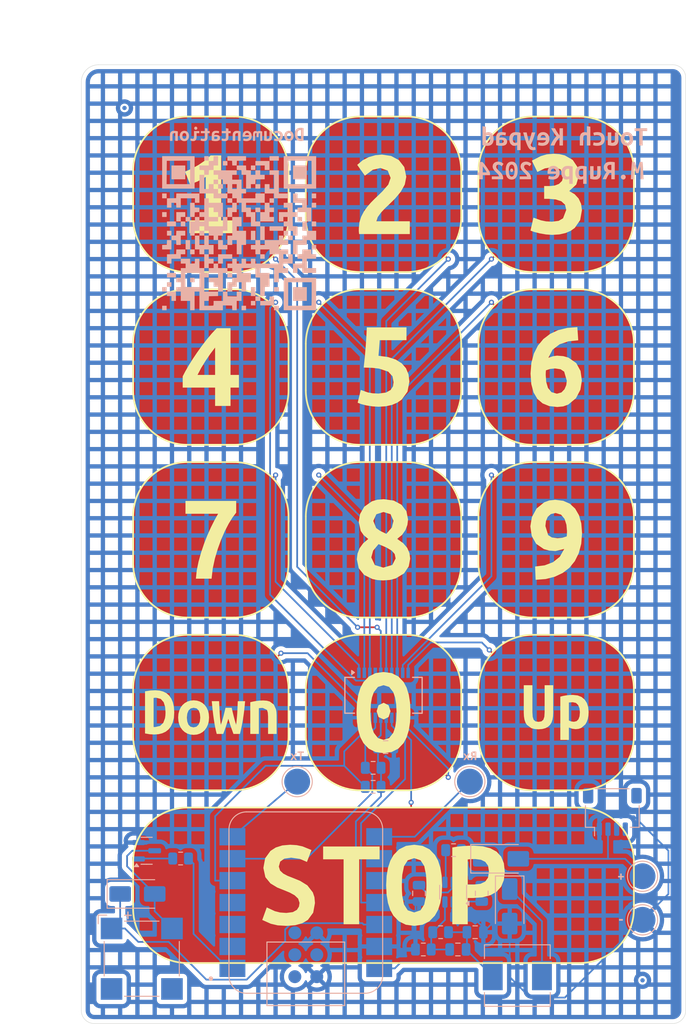
<source format=kicad_pcb>
(kicad_pcb (version 20240108) (generator "pcbnew") (generator_version "8.0")
  (layers (0 "F.Cu" signal) (31 "B.Cu" signal) (34 "B.Paste" user) (35 "F.Paste" user) (36 "B.SilkS" user "B.Silkscreen") (37 "F.SilkS" user "F.Silkscreen") (38 "B.Mask" user) (39 "F.Mask" user) (44 "Edge.Cuts" user))
  (net 0 "")
  (net 1 "Net-(Q1-G)")
  (net 5 "Net-(BZ1--)")
  (net 8 "GND")
  (net 13 "+3V3")
  (net 14 "+5V")
  (net 15 "Net-(D2-K)")
  (net 16 "/SCL")
  (net 17 "/SDA")
  (net 18 "/BUZZ")
  (net 19 "Net-(D1-K)")
  (net 20 "/Vin")
  (net 21 "Net-(U2-FB)")
  (net 22 "Net-(U2-BS)")
  (net 23 "Net-(U2-EN)")
  (net 26 "/IRQ")
  (net 27 "/Key7")
  (net 28 "/Key8")
  (net 29 "/Key9")
  (net 30 "/Key15")
  (net 31 "/Key6")
  (net 32 "/Key5")
  (net 33 "/Key12")
  (net 34 "/Key3")
  (net 35 "/Key11")
  (net 36 "/Key4")
  (net 37 "/Key1")
  (net 38 "/Key14")
  (net 39 "/Key10")
  (net 40 "/TX")
  (net 41 "/RX")
  (footprint "Touch Pad:Touch_Pad" (layer "F.Cu") (at 185 70)
    (property "Reference" "TP6" (hide yes))
    (property "Value" "6 Key")
    (pad "1" smd roundrect (at 0 0) (size 18 18) (layers "F.Cu") (roundrect_rratio 0.35) (net 39 "/Key10"))
  )
  (footprint "Touch Pad:Touch_Pad" (layer "F.Cu") (at 145 110)
    (property "Reference" "TP10" (hide yes))
    (property "Value" "Down Key")
    (pad "1" smd roundrect (at 0 0) (size 18 18) (layers "F.Cu") (roundrect_rratio 0.35) (net 37 "/Key1"))
  )
  (footprint "kibuzzard-66F9EAF1" (layer "F.Cu") (at 165 70)
    (property "Reference" "kibuzzard-66F9EAF1" (hide yes))
    (property "Value" "G***" (hide yes))
  )
  (footprint "Touch Pad:Touch_Pad" (layer "F.Cu") (at 165 50)
    (property "Reference" "TP2" (hide yes))
    (property "Value" "2 Key")
    (pad "1" smd roundrect (at 0 0) (size 18 18) (layers "F.Cu") (roundrect_rratio 0.35) (net 28 "/Key8"))
  )
  (footprint "kibuzzard-66F9EAE9" (layer "F.Cu") (at 145 70)
    (property "Reference" "kibuzzard-66F9EAE9" (hide yes))
    (property "Value" "G***" (hide yes))
  )
  (footprint "kibuzzard-66F9EB2B" (layer "F.Cu") (at 185 110)
    (property "Reference" "kibuzzard-66F9EB2B" (hide yes))
    (property "Value" "G***" (hide yes))
  )
  (footprint "Touch Pad:Touch_Pad" (layer "F.Cu") (at 145 90)
    (property "Reference" "TP7" (hide yes))
    (property "Value" "7 Key")
    (pad "1" smd roundrect (at 0 0) (size 18 18) (layers "F.Cu") (roundrect_rratio 0.35) (net 34 "/Key3"))
  )
  (footprint "kibuzzard-66F9EB01" (layer "F.Cu") (at 165 90)
    (property "Reference" "kibuzzard-66F9EB01" (hide yes))
    (property "Value" "G***" (hide yes))
  )
  (footprint "Touch Pad:Touch_Pad" (layer "F.Cu") (at 185 90)
    (property "Reference" "TP9" (hide yes))
    (property "Value" "9 Key")
    (pad "1" smd roundrect (at 0 0) (size 18 18) (layers "F.Cu") (roundrect_rratio 0.35) (net 35 "/Key11"))
  )
  (footprint "kibuzzard-66F9EB39" (layer "F.Cu") (at 165 130)
    (property "Reference" "kibuzzard-66F9EB39" (hide yes))
    (property "Value" "G***" (hide yes))
  )
  (footprint "kibuzzard-66F9EB0E" (layer "F.Cu") (at 185 90)
    (property "Reference" "kibuzzard-66F9EB0E" (hide yes))
    (property "Value" "G***" (hide yes))
  )
  (footprint "Touch Pad:Touch_Pad" (layer "F.Cu") (at 185 110)
    (property "Reference" "TP12" (hide yes))
    (property "Value" "Up Key")
    (pad "1" smd roundrect (at 0 0) (size 18 18) (layers "F.Cu") (roundrect_rratio 0.35) (net 33 "/Key12"))
  )
  (footprint "kibuzzard-66F9EAF8" (layer "F.Cu") (at 185 70)
    (property "Reference" "kibuzzard-66F9EAF8" (hide yes))
    (property "Value" "G***" (hide yes))
  )
  (footprint "kibuzzard-66F9EAFC" (layer "F.Cu") (at 145 90)
    (property "Reference" "kibuzzard-66F9EAFC" (hide yes))
    (property "Value" "G***" (hide yes))
  )
  (footprint "Touch Pad:Touch_Pad" (layer "F.Cu") (at 145 50)
    (property "Reference" "TP1" (hide yes))
    (property "Value" "1 Key")
    (pad "1" smd roundrect (at 0 0) (size 18 18) (layers "F.Cu") (roundrect_rratio 0.35) (net 27 "/Key7"))
  )
  (footprint "kibuzzard-66F9EAD5" (layer "F.Cu") (at 145 50)
    (property "Reference" "kibuzzard-66F9EAD5" (hide yes))
    (property "Value" "G***" (hide yes))
  )
  (footprint "Touch Pad:Touch_Pad" (layer "F.Cu") (at 145 70)
    (property "Reference" "TP4" (hide yes))
    (property "Value" "4 Key")
    (pad "1" smd roundrect (at 0 0) (size 18 18) (layers "F.Cu") (roundrect_rratio 0.35) (net 31 "/Key6"))
  )
  (footprint "kibuzzard-66F9EAE0" (layer "F.Cu") (at 165 50)
    (property "Reference" "kibuzzard-66F9EAE0" (hide yes))
    (property "Value" "G***" (hide yes))
  )
  (footprint "kibuzzard-66F9EB33" (layer "F.Cu") (at 165 110)
    (property "Reference" "kibuzzard-66F9EB33" (hide yes))
    (property "Value" "G***" (hide yes))
  )
  (footprint "Touch Pad:Touch_Pad" (layer "F.Cu") (at 185 50)
    (property "Reference" "TP3" (hide yes))
    (property "Value" "3 Key")
    (pad "1" smd roundrect (at 0 0) (size 18 18) (layers "F.Cu") (roundrect_rratio 0.35) (net 29 "/Key9"))
  )
  (footprint "Touch Pad:Touch_Pad" (layer "F.Cu") (at 165 70)
    (property "Reference" "TP5" (hide yes))
    (property "Value" "5 Key")
    (pad "1" smd roundrect (at 0 0) (size 18 18) (layers "F.Cu") (roundrect_rratio 0.35) (net 32 "/Key5"))
  )
  (footprint "kibuzzard-66F9EB24" (layer "F.Cu") (at 145 110)
    (property "Reference" "kibuzzard-66F9EB24" (hide yes))
    (property "Value" "G***" (hide yes))
  )
  (footprint "Touch Pad:Touch_Pad_Long" (layer "F.Cu") (at 165 130)
    (property "Reference" "TP13" (hide yes))
    (property "Value" "STOP")
    (pad "1" smd roundrect (at 0 0) (size 58 18) (layers "F.Cu") (roundrect_rratio 0.35) (net 30 "/Key15"))
  )
  (footprint "Touch Pad:Touch_Pad" (layer "F.Cu") (at 165 110)
    (property "Reference" "TP11" (hide yes))
    (property "Value" "0 Key")
    (pad "1" smd roundrect (at 0 0) (size 18 18) (layers "F.Cu") (roundrect_rratio 0.35) (net 38 "/Key14"))
  )
  (footprint "kibuzzard-66F9EAE4" (layer "F.Cu") (at 185 50)
    (property "Reference" "kibuzzard-66F9EAE4" (hide yes))
    (property "Value" "G***" (hide yes))
  )
  (footprint "Touch Pad:Touch_Pad" (layer "F.Cu") (at 165 90)
    (property "Reference" "TP8" (hide yes))
    (property "Value" "8 Key")
    (pad "1" smd roundrect (at 0 0) (size 18 18) (layers "F.Cu") (roundrect_rratio 0.35) (net 36 "/Key4"))
  )
  (footprint "Resistor_SMD:R_0805_2012Metric" (layer "B.Cu") (at 169.6125 137.4312 180)
    (property "Reference" "R2" (hide yes))
    (property "Value" "10k")
    (pad "1" smd roundrect (at -0.9125 0 180) (size 1.025 1.4) (layers "B.Cu" "B.Paste" "B.Mask") (roundrect_rratio 0.243902) (net 21 "Net-(U2-FB)"))
    (pad "2" smd roundrect (at 0.9125 0 180) (size 1.025 1.4) (layers "B.Cu" "B.Paste" "B.Mask") (roundrect_rratio 0.243902) (net 8 "GND"))
  )
  (footprint "Diode_SMD:D_SMA" (layer "B.Cu") (at 136.5 131)
    (property "Reference" "D3" (hide yes))
    (property "Value" "D_Schottky")
    (pad "1" smd roundrect (at -2 0) (size 2.5 1.8) (layers "B.Cu" "B.Paste" "B.Mask") (roundrect_rratio 0.1388888889) (net 13 "+3V3"))
    (pad "2" smd roundrect (at 2 0) (size 2.5 1.8) (layers "B.Cu" "B.Paste" "B.Mask") (roundrect_rratio 0.1388888889) (net 5 "Net-(BZ1--)"))
  )
  (footprint "kibuzzard-66FAA16B" (layer "B.Cu") (at 192.5 129 180)
    (property "Reference" "kibuzzard-66FAA16B" (hide yes))
    (property "Value" "G***" (hide yes))
  )
  (footprint "Resistor_SMD:R_0805_2012Metric" (layer "B.Cu") (at 141.5 126.9 180)
    (property "Reference" "R6" (hide yes))
    (property "Value" "1k")
    (pad "1" smd roundrect (at -0.9125 0 180) (size 1.025 1.4) (layers "B.Cu" "B.Paste" "B.Mask") (roundrect_rratio 0.243902) (net 18 "/BUZZ"))
    (pad "2" smd roundrect (at 0.9125 0 180) (size 1.025 1.4) (layers "B.Cu" "B.Paste" "B.Mask") (roundrect_rratio 0.243902) (net 1 "Net-(Q1-G)"))
  )
  (footprint "TestPoint:TestPoint_Pad_D3.0mm" (layer "B.Cu") (at 175 118 180)
    (property "Reference" "TP17")
    (property "Value" "RX")
    (pad "1" smd circle (at 0 0 180) (size 3 3) (layers "B.Cu" "B.Mask") (net 41 "/RX"))
  )
  (footprint "Capacitor_SMD:C_0805_2012Metric" (layer "B.Cu") (at 169.1125 130.9312 -90)
    (property "Reference" "C4" (hide yes))
    (property "Value" "4.7uF")
    (pad "1" smd roundrect (at -0.95 0 270) (size 1 1.45) (layers "B.Cu" "B.Paste" "B.Mask") (net 15 "Net-(D2-K)"))
    (pad "2" smd roundrect (at 0.95 0 270) (size 1 1.45) (layers "B.Cu" "B.Paste" "B.Mask") (net 8 "GND"))
  )
  (footprint "Resistor_SMD:R_0805_2012Metric" (layer "B.Cu") (at 173.1125 125.9312 180)
    (property "Reference" "R3" (hide yes))
    (property "Value" "10k")
    (pad "1" smd roundrect (at -0.9125 0 180) (size 1.025 1.4) (layers "B.Cu" "B.Paste" "B.Mask") (roundrect_rratio 0.243902) (net 15 "Net-(D2-K)"))
    (pad "2" smd roundrect (at 0.9125 0 180) (size 1.025 1.4) (layers "B.Cu" "B.Paste" "B.Mask") (roundrect_rratio 0.243902) (net 23 "Net-(U2-EN)"))
  )
  (footprint "Package_TO_SOT_SMD:SOT-23" (layer "B.Cu") (at 137.5625 126)
    (property "Reference" "Q1" (hide yes))
    (property "Value" "BSS138")
    (pad "1" smd roundrect (at -0.9375 0.95) (size 1.475 0.6) (layers "B.Cu" "B.Paste" "B.Mask") (net 1 "Net-(Q1-G)"))
    (pad "2" smd roundrect (at -0.9375 -0.95) (size 1.475 0.6) (layers "B.Cu" "B.Paste" "B.Mask") (net 8 "GND"))
    (pad "3" smd roundrect (at 0.9375 0) (size 1.475 0.6) (layers "B.Cu" "B.Paste" "B.Mask") (net 5 "Net-(BZ1--)"))
  )
  (footprint "kibuzzard-66FA510C" (layer "B.Cu") (at 185.5 47.5 180)
    (property "Reference" "kibuzzard-66FA510C" (hide yes))
    (property "Value" "G***" (hide yes))
  )
  (footprint "TestPoint:TestPoint_Pad_D3.0mm" (layer "B.Cu") (at 195 134)
    (property "Reference" "TP14")
    (property "Value" "TestPoint")
    (pad "1" smd circle (at 0 0) (size 3 3) (layers "B.Cu" "B.Mask") (net 8 "GND"))
  )
  (footprint "TestPoint:TestPoint_Pad_D3.0mm" (layer "B.Cu") (at 155 118 180)
    (property "Reference" "TP16")
    (property "Value" "TX")
    (pad "1" smd circle (at 0 0 180) (size 3 3) (layers "B.Cu" "B.Mask") (net 40 "/TX"))
  )
  (footprint "kibuzzard-66FA5120" (layer "B.Cu") (at 186 43.5 180)
    (property "Reference" "kibuzzard-66FA5120" (hide yes))
    (property "Value" "G***" (hide yes))
  )
  (footprint "Resistor_SMD:R_0805_2012Metric" (layer "B.Cu") (at 163.8 116.4 180)
    (property "Reference" "R5" (hide yes))
    (property "Value" "10k")
    (pad "1" smd roundrect (at -0.9125 0 180) (size 1.025 1.4) (layers "B.Cu" "B.Paste" "B.Mask") (roundrect_rratio 0.243902) (net 13 "+3V3"))
    (pad "2" smd roundrect (at 0.9125 0 180) (size 1.025 1.4) (layers "B.Cu" "B.Paste" "B.Mask") (roundrect_rratio 0.243902) (net 16 "/SCL"))
  )
  (footprint "Package_SO:SSOP-20_3.9x8.7mm_P0.635mm" (layer "B.Cu") (at 165 108 -90)
    (property "Reference" "U3")
    (property "Value" "BS8116A-3")
    (pad "1" smd rect (at -2.6 2.8575 270) (size 1.2 0.4) (layers "B.Cu" "B.Paste" "B.Mask") (net 34 "/Key3"))
    (pad "2" smd rect (at -2.6 2.2225 270) (size 1.2 0.4) (layers "B.Cu" "B.Paste" "B.Mask") (net 36 "/Key4"))
    (pad "3" smd rect (at -2.6 1.5875 270) (size 1.2 0.4) (layers "B.Cu" "B.Paste" "B.Mask") (net 32 "/Key5"))
    (pad "4" smd rect (at -2.6 0.9525 270) (size 1.2 0.4) (layers "B.Cu" "B.Paste" "B.Mask") (net 31 "/Key6"))
    (pad "5" smd rect (at -2.6 0.3175 270) (size 1.2 0.4) (layers "B.Cu" "B.Paste" "B.Mask") (net 27 "/Key7"))
    (pad "6" smd rect (at -2.6 -0.3175 270) (size 1.2 0.4) (layers "B.Cu" "B.Paste" "B.Mask") (net 28 "/Key8"))
    (pad "7" smd rect (at -2.6 -0.9525 270) (size 1.2 0.4) (layers "B.Cu" "B.Paste" "B.Mask") (net 29 "/Key9"))
    (pad "8" smd rect (at -2.6 -1.5875 270) (size 1.2 0.4) (layers "B.Cu" "B.Paste" "B.Mask") (net 39 "/Key10"))
    (pad "9" smd rect (at -2.6 -2.2225 270) (size 1.2 0.4) (layers "B.Cu" "B.Paste" "B.Mask") (net 35 "/Key11"))
    (pad "10" smd rect (at -2.6 -2.8575 270) (size 1.2 0.4) (layers "B.Cu" "B.Paste" "B.Mask") (net 33 "/Key12"))
    (pad "11" smd rect (at 2.6 -2.8575 270) (size 1.2 0.4) (layers "B.Cu" "B.Paste" "B.Mask") (net 8 "GND"))
    (pad "12" smd rect (at 2.6 -2.2225 270) (size 1.2 0.4) (layers "B.Cu" "B.Paste" "B.Mask") (net 38 "/Key14"))
    (pad "13" smd rect (at 2.6 -1.5875 270) (size 1.2 0.4) (layers "B.Cu" "B.Paste" "B.Mask") (net 30 "/Key15"))
    (pad "14" smd rect (at 2.6 -0.9525 270) (size 1.2 0.4) (layers "B.Cu" "B.Paste" "B.Mask") (net 26 "/IRQ"))
    (pad "15" smd rect (at 2.6 -0.3175 270) (size 1.2 0.4) (layers "B.Cu" "B.Paste" "B.Mask") (net 8 "GND"))
    (pad "16" smd rect (at 2.6 0.3175 270) (size 1.2 0.4) (layers "B.Cu" "B.Paste" "B.Mask") (net 13 "+3V3"))
    (pad "17" smd rect (at 2.6 0.9525 270) (size 1.2 0.4) (layers "B.Cu" "B.Paste" "B.Mask") (net 16 "/SCL"))
    (pad "18" smd rect (at 2.6 1.5875 270) (size 1.2 0.4) (layers "B.Cu" "B.Paste" "B.Mask") (net 17 "/SDA"))
    (pad "19" smd rect (at 2.6 2.2225 270) (size 1.2 0.4) (layers "B.Cu" "B.Paste" "B.Mask") (net 37 "/Key1"))
    (pad "20" smd rect (at 2.6 2.8575 270) (size 1.2 0.4) (layers "B.Cu" "B.Paste" "B.Mask") (net 8 "GND"))
  )
  (footprint "kibuzzard-66FAA17C" (layer "B.Cu") (at 192.5 134 180)
    (property "Reference" "kibuzzard-66FAA17C" (hide yes))
    (property "Value" "G***" (hide yes))
  )
  (footprint "Diode_SMD:D_SMA" (layer "B.Cu") (at 178.6125 126.9312)
    (property "Reference" "D2" (hide yes))
    (property "Value" "D_Schottky")
    (pad "1" smd roundrect (at -2 0) (size 2.5 1.8) (layers "B.Cu" "B.Paste" "B.Mask") (roundrect_rratio 0.1388888889) (net 15 "Net-(D2-K)"))
    (pad "2" smd roundrect (at 2 0) (size 2.5 1.8) (layers "B.Cu" "B.Paste" "B.Mask") (roundrect_rratio 0.1388888889) (net 20 "/Vin"))
  )
  (footprint "Connector_JST:JST_SH_SM04B-SRSS-TB_1x04-1MP_P1.00mm_Horizontal" (layer "B.Cu") (at 191.5 121.5)
    (property "Reference" "J1" (hide yes))
    (property "Value" "Conn_01x04_Pin")
    (pad "1" smd roundrect (at -1.5 2) (size 0.6 1.55) (layers "B.Cu" "B.Paste" "B.Mask") (net 8 "GND"))
    (pad "2" smd roundrect (at -0.5 2) (size 0.6 1.55) (layers "B.Cu" "B.Paste" "B.Mask") (net 20 "/Vin"))
    (pad "3" smd roundrect (at 0.5 2) (size 0.6 1.55) (layers "B.Cu" "B.Paste" "B.Mask"))
    (pad "4" smd roundrect (at 1.5 2) (size 0.6 1.55) (layers "B.Cu" "B.Paste" "B.Mask"))
    (pad "MP" smd roundrect (at -2.8 -1.875) (size 1.2 1.8) (layers "B.Cu" "B.Paste" "B.Mask") (roundrect_rratio 0.208333))
    (pad "MP" smd roundrect (at 2.8 -1.875) (size 1.2 1.8) (layers "B.Cu" "B.Paste" "B.Mask") (roundrect_rratio 0.208333))
  )
  (footprint "LOGO" (layer "B.Cu") (at 148.28 54.5 180)
    (property "Reference" "G#" (hide yes))
    (property "Value" "LOGO" (hide yes))
  )
  (footprint "kibuzzard-66FAA159" (layer "B.Cu") (at 155 115 180)
    (property "Reference" "kibuzzard-66FAA159" (hide yes))
    (property "Value" "G***" (hide yes))
  )
  (footprint "Inductor_SMD:L_KOHERelec_MDA7030" (layer "B.Cu") (at 180.5 140.45 180)
    (property "Reference" "L1")
    (property "Value" "6.8uH")
    (pad "1" smd rect (at -2.85 0 180) (size 2.3 3.4) (layers "B.Cu" "B.Paste" "B.Mask") (net 19 "Net-(D1-K)"))
    (pad "2" smd rect (at 2.85 0 180) (size 2.3 3.4) (layers "B.Cu" "B.Paste" "B.Mask") (net 14 "+5V"))
  )
  (footprint "Capacitor_SMD:C_0805_2012Metric" (layer "B.Cu") (at 165.25 114)
    (property "Reference" "C5")
    (property "Value" "100n")
    (pad "1" smd roundrect (at -0.95 0) (size 1 1.45) (layers "B.Cu" "B.Paste" "B.Mask") (net 13 "+3V3"))
    (pad "2" smd roundrect (at 0.95 0) (size 1 1.45) (layers "B.Cu" "B.Paste" "B.Mask") (net 8 "GND"))
  )
  (footprint "Package_TO_SOT_SMD:SOT-23-6" (layer "B.Cu") (at 173.0625 130.7937 90)
    (property "Reference" "U2" (hide yes))
    (property "Value" "ME3116")
    (pad "1" smd roundrect (at -1.1375 0.95 90) (size 1.325 0.6) (layers "B.Cu" "B.Paste" "B.Mask") (net 22 "Net-(U2-BS)"))
    (pad "2" smd roundrect (at -1.1375 0 90) (size 1.325 0.6) (layers "B.Cu" "B.Paste" "B.Mask") (net 8 "GND"))
    (pad "3" smd roundrect (at -1.1375 -0.95 90) (size 1.325 0.6) (layers "B.Cu" "B.Paste" "B.Mask") (net 21 "Net-(U2-FB)"))
    (pad "4" smd roundrect (at 1.1375 -0.95 90) (size 1.325 0.6) (layers "B.Cu" "B.Paste" "B.Mask") (net 23 "Net-(U2-EN)"))
    (pad "5" smd roundrect (at 1.1375 0 90) (size 1.325 0.6) (layers "B.Cu" "B.Paste" "B.Mask") (net 15 "Net-(D2-K)"))
    (pad "6" smd roundrect (at 1.1375 0.95 90) (size 1.325 0.6) (layers "B.Cu" "B.Paste" "B.Mask") (net 19 "Net-(D1-K)"))
  )
  (footprint "Capacitor_SMD:C_0805_2012Metric" (layer "B.Cu") (at 173.6125 137.4312 180)
    (property "Reference" "C1" (hide yes))
    (property "Value" "68p")
    (pad "1" smd roundrect (at -0.95 0 180) (size 1 1.45) (layers "B.Cu" "B.Paste" "B.Mask") (net 14 "+5V"))
    (pad "2" smd roundrect (at 0.95 0 180) (size 1 1.45) (layers "B.Cu" "B.Paste" "B.Mask") (net 21 "Net-(U2-FB)"))
  )
  (footprint "TestPoint:TestPoint_Pad_D3.0mm" (layer "B.Cu") (at 195 128.95)
    (property "Reference" "TP15")
    (property "Value" "TestPoint")
    (pad "1" smd circle (at 0 0) (size 3 3) (layers "B.Cu" "B.Mask") (net 20 "/Vin"))
  )
  (footprint "kibuzzard-66FA5178" (layer "B.Cu") (at 148 43 180)
    (property "Reference" "kibuzzard-66FA5178" (hide yes))
    (property "Value" "G***" (hide yes))
  )
  (footprint "Resistor_SMD:R_0805_2012Metric" (layer "B.Cu") (at 171.6125 135.4312 180)
    (property "Reference" "R1" (hide yes))
    (property "Value" "56k")
    (pad "1" smd roundrect (at -0.9125 0 180) (size 1.025 1.4) (layers "B.Cu" "B.Paste" "B.Mask") (roundrect_rratio 0.243902) (net 14 "+5V"))
    (pad "2" smd roundrect (at 0.9125 0 180) (size 1.025 1.4) (layers "B.Cu" "B.Paste" "B.Mask") (roundrect_rratio 0.243902) (net 21 "Net-(U2-FB)"))
  )
  (footprint "xiao:XIAO-ESP32-14P-2.54-21X17.8MM-SMT" (layer "B.Cu") (at 156 132)
    (property "Reference" "U1" (hide yes))
    (property "Value" "XIAO ESP32C6" (hide yes))
    (pad "1" smd rect (at -8.5 7.62) (size 3 2) (layers "B.Cu" "B.Mask") (net 18 "/BUZZ"))
    (pad "2" smd rect (at -8.5 5.08) (size 3 2) (layers "B.Cu" "B.Mask"))
    (pad "3" smd rect (at -8.5 2.54) (size 3 2) (layers "B.Cu" "B.Mask"))
    (pad "4" smd rect (at -8.5 0) (size 3 2) (layers "B.Cu" "B.Mask"))
    (pad "5" smd rect (at -8.5 -2.54) (size 3 2) (layers "B.Cu" "B.Mask") (net 17 "/SDA"))
    (pad "6" smd rect (at -8.5 -5.08 180) (size 3 2) (layers "B.Cu" "B.Mask") (net 16 "/SCL"))
    (pad "7" smd rect (at -8.5 -7.62) (size 3 2) (layers "B.Cu" "B.Mask") (net 40 "/TX"))
    (pad "8" smd rect (at 8.5 -7.62) (size 3 2) (layers "B.Cu" "B.Mask") (net 41 "/RX"))
    (pad "9" smd rect (at 8.5 -5.08) (size 3 2) (layers "B.Cu" "B.Mask"))
    (pad "10" smd rect (at 8.5 -2.54) (size 3 2) (layers "B.Cu" "B.Mask"))
    (pad "11" smd rect (at 8.5 0) (size 3 2) (layers "B.Cu" "B.Mask") (net 26 "/IRQ"))
    (pad "12" smd rect (at 8.5 2.54) (size 3 2) (layers "B.Cu" "B.Mask") (net 13 "+3V3"))
    (pad "13" smd rect (at 8.5 5.08) (size 3 2) (layers "B.Cu" "B.Mask") (net 8 "GND"))
    (pad "14" smd rect (at 8.5 7.62) (size 3 2) (layers "B.Cu" "B.Mask") (net 14 "+5V"))
    (pad "15" smd circle (at -1.27 8.58 270) (size 1.5 1.5) (layers "B.Cu" "B.Mask"))
    (pad "16" smd circle (at 1.27 8.58 270) (size 1.5 1.5) (layers "B.Cu" "B.Mask") (net 8 "GND"))
    (pad "17" smd circle (at -1.27 6.04 270) (size 1.5 1.5) (layers "B.Cu" "B.Mask"))
    (pad "18" smd circle (at 1.27 6.04 270) (size 1.5 1.5) (layers "B.Cu" "B.Mask"))
    (pad "19" smd circle (at -1.27 3.5 270) (size 1.5 1.5) (layers "B.Cu" "B.Mask"))
    (pad "20" smd circle (at 1.27 3.5 270) (size 1.5 1.5) (layers "B.Cu" "B.Mask") (net 8 "GND"))
  )
  (footprint "Capacitor_SMD:C_0805_2012Metric" (layer "B.Cu") (at 176.3775 130.9312 90)
    (property "Reference" "C2" (hide yes))
    (property "Value" "0.47u")
    (pad "1" smd roundrect (at -0.95 0 90) (size 1 1.45) (layers "B.Cu" "B.Paste" "B.Mask") (net 22 "Net-(U2-BS)"))
    (pad "2" smd roundrect (at 0.95 0 90) (size 1 1.45) (layers "B.Cu" "B.Paste" "B.Mask") (net 19 "Net-(D1-K)"))
  )
  (footprint "Fiducial:Fiducial_0.5mm_Mask1mm" (layer "B.Cu") (at 195 141 180)
    (property "Reference" "FID2" (hide yes))
    (property "Value" "Fiducial")
    (pad "" smd circle (at 0 0 180) (size 0.5 0.5) (layers "B.Cu" "B.Mask") (clearance 0.25))
  )
  (footprint "Resistor_SMD:R_0805_2012Metric" (layer "B.Cu") (at 163.8 118.6 180)
    (property "Reference" "R4" (hide yes))
    (property "Value" "10k")
    (pad "1" smd roundrect (at -0.9125 0 180) (size 1.025 1.4) (layers "B.Cu" "B.Paste" "B.Mask") (roundrect_rratio 0.243902) (net 13 "+3V3"))
    (pad "2" smd roundrect (at 0.9125 0 180) (size 1.025 1.4) (layers "B.Cu" "B.Paste" "B.Mask") (roundrect_rratio 0.243902) (net 17 "/SDA"))
  )
  (footprint "Capacitor_SMD:C_0805_2012Metric" (layer "B.Cu") (at 175.6125 135.4312)
    (property "Reference" "C3" (hide yes))
    (property "Value" "4.7uF")
    (pad "1" smd roundrect (at -0.95 0) (size 1 1.45) (layers "B.Cu" "B.Paste" "B.Mask") (net 14 "+5V"))
    (pad "2" smd roundrect (at 0.95 0) (size 1 1.45) (layers "B.Cu" "B.Paste" "B.Mask") (net 8 "GND"))
  )
  (footprint "Fiducial:Fiducial_0.5mm_Mask1mm" (layer "B.Cu") (at 135 40 180)
    (property "Reference" "FID1" (hide yes))
    (property "Value" "Fiducial")
    (pad "" smd circle (at 0 0 180) (size 0.5 0.5) (layers "B.Cu" "B.Mask") (clearance 0.25))
  )
  (footprint "Diode_SMD:D_SMA" (layer "B.Cu") (at 179.6125 132.4312 -90)
    (property "Reference" "D1" (hide yes))
    (property "Value" "D_Schottky")
    (pad "1" smd roundrect (at -2 0 270) (size 2.5 1.8) (layers "B.Cu" "B.Paste" "B.Mask") (roundrect_rratio 0.1388888889) (net 19 "Net-(D1-K)"))
    (pad "2" smd roundrect (at 2 0 270) (size 2.5 1.8) (layers "B.Cu" "B.Paste" "B.Mask") (roundrect_rratio 0.1388888889) (net 8 "GND"))
  )
  (footprint "Buzzer_Beeper:MagneticBuzzer_CUI_CMT-8504-100-SMT" (layer "B.Cu") (at 137 138.5 -90)
    (property "Reference" "BZ1" (hide yes))
    (property "Value" "Buzzer")
    (fp_text user "+" (at -5.1 1.6 0) (layer "B.SilkS") (effects (justify mirror)))
    (pad "1" smd rect (at -3.5 3.5) (size 2.5 2.5) (layers "B.Cu" "B.Paste" "B.Mask") (net 13 "+3V3"))
    (pad "2" smd rect (at -3.5 -3.5) (size 2.5 2.5) (layers "B.Cu" "B.Paste" "B.Mask") (net 5 "Net-(BZ1--)"))
    (pad "3" smd rect (at 3.5 -3.5) (size 2.5 2.5) (layers "B.Cu" "B.Paste" "B.Mask"))
    (pad "4" smd rect (at 3.5 3.5) (size 2.5 2.5) (layers "B.Cu" "B.Paste" "B.Mask"))
  )
  (footprint "kibuzzard-66FAA150" (layer "B.Cu") (at 175 115 180)
    (property "Reference" "kibuzzard-66FAA150" (hide yes))
    (property "Value" "G***" (hide yes))
  )
  (gr_line (start 198.5 35) (end 132 35) (stroke (width 0.05)) (layer "Edge.Cuts"))
  (gr_arc (start 200 144.5) (mid 199.56066 145.56066) (end 198.5 146) (stroke (width 0.05)) (layer "Edge.Cuts"))
  (gr_line (start 131.5 146) (end 198.5 146) (stroke (width 0.05)) (layer "Edge.Cuts"))
  (gr_line (start 130 37) (end 130 144.5) (stroke (width 0.05)) (layer "Edge.Cuts"))
  (gr_arc (start 198.5 35) (mid 199.56066 35.43934) (end 200 36.5) (stroke (width 0.05)) (layer "Edge.Cuts"))
  (gr_line (start 200 144.5) (end 200 36.5) (stroke (width 0.05)) (layer "Edge.Cuts"))
  (gr_arc (start 130 37) (mid 130.585786 35.585786) (end 132 35) (stroke (width 0.05)) (layer "Edge.Cuts"))
  (gr_arc (start 131.5 146) (mid 130.43934 145.56066) (end 130 144.5) (stroke (width 0.05)) (layer "Edge.Cuts"))
  (segment (start 140.5875 126.9) (end 136.675 126.9) (width 0.2) (layer "B.Cu") (net 1))
  (segment (start 136.675 126.9) (end 136.625 126.95) (width 0.2) (layer "B.Cu") (net 1))
  (segment (start 140.588 126.9) (end 140.5875 126.9) (width 0.2) (layer "B.Cu") (net 1))
  (segment (start 138.5 126) (end 135.9 126) (width 0.2) (layer "B.Cu") (net 5))
  (segment (start 138.5 133) (end 140.5 135) (width 0.2) (layer "B.Cu") (net 5))
  (segment (start 135.3 126.6) (end 135.3 127.8) (width 0.2) (layer "B.Cu") (net 5))
  (segment (start 135.9 126) (end 135.3 126.6) (width 0.2) (layer "B.Cu") (net 5))
  (segment (start 135.3 127.8) (end 138.5 131) (width 0.2) (layer "B.Cu") (net 5))
  (segment (start 138.5 131) (end 138.5 133) (width 0.2) (layer "B.Cu") (net 5))
  (segment (start 168.712 137.419) (end 168.7 137.431) (width 0.2) (layer "B.Cu") (net 8))
  (segment (start 176.562 134.881) (end 175.131 133.45) (width 0.2) (layer "B.Cu") (net 8))
  (segment (start 190.725 122) (end 194 122) (width 0.2) (layer "B.Cu") (net 8))
  (segment (start 165.3175 110.6) (end 165.3175 109.36625) (width 0.2) (layer "B.Cu") (net 8))
  (segment (start 169.112 131.881) (end 168.712 132.281) (width 0.2) (layer "B.Cu") (net 8))
  (segment (start 176.562 135.431) (end 176.562 134.881) (width 0.2) (layer "B.Cu") (net 8))
  (segment (start 179.612 134.431) (end 177.562 134.431) (width 0.2) (layer "B.Cu") (net 8))
  (segment (start 195 134) (end 186 143) (width 0.2) (layer "B.Cu") (net 8))
  (segment (start 182 143) (end 179.612 140.612) (width 0.2) (layer "B.Cu") (net 8))
  (segment (start 165.43375 109.25) (end 167.75 109.25) (width 0.2) (layer "B.Cu") (net 8))
  (segment (start 167.75 109.25) (end 167.8575 109.3575) (width 0.2) (layer "B.Cu") (net 8))
  (segment (start 190 122.725) (end 190.725 122) (width 0.2) (layer "B.Cu") (net 8))
  (segment (start 190 123.5) (end 190 122.725) (width 0.2) (layer "B.Cu") (net 8))
  (segment (start 198 126) (end 198 131) (width 0.2) (layer "B.Cu") (net 8))
  (segment (start 194 122) (end 198 126) (width 0.2) (layer "B.Cu") (net 8))
  (segment (start 179.612 140.612) (end 179.612 134.431) (width 0.2) (layer "B.Cu") (net 8))
  (segment (start 198 131) (end 195 134) (width 0.2) (layer "B.Cu") (net 8))
  (segment (start 165.3175 110.6) (end 165.3175 113.1175) (width 0.2) (layer "B.Cu") (net 8))
  (segment (start 175.131 133.45) (end 174 133.45) (width 0.2) (layer "B.Cu") (net 8))
  (segment (start 168.712 132.281) (end 168.712 137.419) (width 0.2) (layer "B.Cu") (net 8))
  (segment (start 177.562 134.431) (end 176.562 135.431) (width 0.2) (layer "B.Cu") (net 8))
  (segment (start 165.3175 113.1175) (end 166.2 114) (width 0.2) (layer "B.Cu") (net 8))
  (segment (start 165.3175 109.36625) (end 165.43375 109.25) (width 0.2) (layer "B.Cu") (net 8))
  (segment (start 173.062 132.512) (end 173.062 131.931) (width 0.2) (layer "B.Cu") (net 8))
  (segment (start 186 143) (end 182 143) (width 0.2) (layer "B.Cu") (net 8))
  (segment (start 167.8575 109.3575) (end 167.8575 110.6) (width 0.2) (layer "B.Cu") (net 8))
  (segment (start 174 133.45) (end 173.062 132.512) (width 0.2) (layer "B.Cu") (net 8))
  (segment (start 164.712 116.4) (end 164.712 118.6) (width 0.2) (layer "B.Cu") (net 13))
  (segment (start 153.6058 135.1116) (end 154.3324 134.385) (width 0.2) (layer "B.Cu") (net 13))
  (segment (start 161.8 133.8934) (end 161.8 122.6038) (width 0.2) (layer "B.Cu") (net 13))
  (segment (start 164.5385 116.226) (end 164.712 116.4) (width 0.2) (layer "B.Cu") (net 13))
  (segment (start 164.712 118.6) (end 164.7125 118.6) (width 0.2) (layer "B.Cu") (net 13))
  (segment (start 162.5433 134.385) (end 162.6983 134.54) (width 0.2) (layer "B.Cu") (net 13))
  (segment (start 161.8 122.6038) (end 164.712 119.6918) (width 0.2) (layer "B.Cu") (net 13))
  (segment (start 140.1148 136.5517) (end 144.4848 140.9217) (width 0.2) (layer "B.Cu") (net 13))
  (segment (start 135.0517 135) (end 136.6034 136.5517) (width 0.2) (layer "B.Cu") (net 13))
  (segment (start 133.5 135) (end 135.0517 135) (width 0.2) (layer "B.Cu") (net 13))
  (segment (start 162.2916 134.385) (end 161.8 133.8934) (width 0.2) (layer "B.Cu") (net 13))
  (segment (start 164.365 112.935) (end 164.365 116.052) (width 0.2) (layer "B.Cu") (net 13))
  (segment (start 164.712 119.6918) (end 164.712 118.6) (width 0.2) (layer "B.Cu") (net 13))
  (segment (start 164.6825 111.6085) (end 164.6825 110.6) (width 0.2) (layer "B.Cu") (net 13))
  (segment (start 164.682 111.609) (end 164.682 112.618) (width 0.2) (layer "B.Cu") (net 13))
  (segment (start 164.5 134.54) (end 162.6983 134.54) (width 0.2) (layer "B.Cu") (net 13))
  (segment (start 149.1496 140.9217) (end 153.6058 136.4655) (width 0.2) (layer "B.Cu") (net 13))
  (segment (start 154.3324 134.385) (end 162.2916 134.385) (width 0.2) (layer "B.Cu") (net 13))
  (segment (start 134.5 131) (end 134.5 134) (width 0.2) (layer "B.Cu") (net 13))
  (segment (start 153.6058 136.4655) (end 153.6058 135.1116) (width 0.2) (layer "B.Cu") (net 13))
  (segment (start 164.682 111.609) (end 164.6825 111.6085) (width 0.2) (layer "B.Cu") (net 13))
  (segment (start 136.6034 136.5517) (end 140.1148 136.5517) (width 0.2) (layer "B.Cu") (net 13))
  (segment (start 164.5385 116.226) (end 164.7125 116.4) (width 0.2) (layer "B.Cu") (net 13))
  (segment (start 134.5 134) (end 133.5 135) (width 0.2) (layer "B.Cu") (net 13))
  (segment (start 162.2916 134.385) (end 162.5433 134.385) (width 0.2) (layer "B.Cu") (net 13))
  (segment (start 164.682 112.618) (end 164.365 112.935) (width 0.2) (layer "B.Cu") (net 13))
  (segment (start 164.682 110.6) (end 164.682 111.609) (width 0.2) (layer "B.Cu") (net 13))
  (segment (start 144.4848 140.9217) (end 149.1496 140.9217) (width 0.2) (layer "B.Cu") (net 13))
  (segment (start 164.365 116.052) (end 164.5385 116.226) (width 0.2) (layer "B.Cu") (net 13))
  (segment (start 166.9812 138.9405) (end 166.3017 139.62) (width 0.2) (layer "B.Cu") (net 14))
  (segment (start 174.662 137.331) (end 174.5622 137.4308) (width 0.2) (layer "B.Cu") (net 14))
  (segment (start 172.525 135.4312) (end 172.525 135.431) (width 0.2) (layer "B.Cu") (net 14))
  (segment (start 174.6625 135.4312) (end 174.662 135.4312) (width 0.2) (layer "B.Cu") (net 14))
  (segment (start 174.5622 137.4309) (end 174.5622 137.4308) (width 0.2) (layer "B.Cu") (net 14))
  (segment (start 174.5625 137.4312) (end 174.5622 137.4309) (width 0.2) (layer "B.Cu") (net 14))
  (segment (start 174.5622 137.4308) (end 174.562 137.431) (width 0.2) (layer "B.Cu") (net 14))
  (segment (start 164.5 139.62) (end 166.3017 139.62) (width 0.2) (layer "B.Cu") (net 14))
  (segment (start 176.0715 138.9405) (end 177.581 140.45) (width 0.2) (layer "B.Cu") (net 14))
  (segment (start 174.662 135.4312) (end 174.662 137.331) (width 0.2) (layer "B.Cu") (net 14))
  (segment (start 176.0715 138.9405) (end 166.9812 138.9405) (width 0.2) (layer "B.Cu") (net 14))
  (segment (start 174.662 135.431) (end 174.662 135.4312) (width 0.2) (layer "B.Cu") (net 14))
  (segment (start 172.525 135.431) (end 174.662 135.431) (width 0.2) (layer "B.Cu") (net 14))
  (segment (start 177.581 140.45) (end 177.65 140.45) (width 0.2) (layer "B.Cu") (net 14))
  (segment (start 174.562 137.431) (end 176.0715 138.9405) (width 0.2) (layer "B.Cu") (net 14))
  (segment (start 176.612 126.931) (end 174.025 125.931) (width 0.2) (layer "B.Cu") (net 15))
  (segment (start 169.1125 129.9815) (end 169.1125 129.9812) (width 0.2) (layer "B.Cu") (net 15))
  (segment (start 174.025 125.931) (end 174.025 125.9312) (width 0.2) (layer "B.Cu") (net 15))
  (segment (start 176.6122 126.9312) (end 176.612 126.931) (width 0.2) (layer "B.Cu") (net 15))
  (segment (start 174.025 127.225) (end 173.062 128.188) (width 0.2) (layer "B.Cu") (net 15))
  (segment (start 174.025 125.9312) (end 174.025 127.225) (width 0.2) (layer "B.Cu") (net 15))
  (segment (start 172.462 130.831) (end 169.962 130.831) (width 0.2) (layer "B.Cu") (net 15))
  (segment (start 169.962 130.831) (end 169.1125 129.9815) (width 0.2) (layer "B.Cu") (net 15))
  (segment (start 173.062 128.188) (end 173.062 129.6562) (width 0.2) (layer "B.Cu") (net 15))
  (segment (start 173.062 129.6562) (end 173.062 130.231) (width 0.2) (layer "B.Cu") (net 15))
  (segment (start 169.1125 129.9815) (end 169.112 129.981) (width 0.2) (layer "B.Cu") (net 15))
  (segment (start 176.6125 126.9312) (end 176.6122 126.9312) (width 0.2) (layer "B.Cu") (net 15))
  (segment (start 173.0625 129.6562) (end 173.062 129.6562) (width 0.2) (layer "B.Cu") (net 15))
  (segment (start 173.062 130.231) (end 172.462 130.831) (width 0.2) (layer "B.Cu") (net 15))
  (segment (start 164.048 111.176) (end 164.0475 111.1755) (width 0.2) (layer "B.Cu") (net 16))
  (segment (start 164.0475 111.1755) (end 164.0475 110.6) (width 0.2) (layer "B.Cu") (net 16))
  (segment (start 156.065 126.92) (end 163.7 119.285) (width 0.2) (layer "B.Cu") (net 16))
  (segment (start 163.7 119.285) (end 163.7 117.212) (width 0.2) (layer "B.Cu") (net 16))
  (segment (start 162.888 112.912) (end 164.048 111.752) (width 0.2) (layer "B.Cu") (net 16))
  (segment (start 163.2935 116.806) (end 162.8875 116.4) (width 0.2) (layer "B.Cu") (net 16))
  (segment (start 163.294 116.806) (end 163.2935 116.806) (width 0.2) (layer "B.Cu") (net 16))
  (segment (start 164.048 111.176) (end 164.048 110.6) (width 0.2) (layer "B.Cu") (net 16))
  (segment (start 147.5 126.92) (end 156.065 126.92) (width 0.2) (layer "B.Cu") (net 16))
  (segment (start 162.888 116.4) (end 162.888 112.912) (width 0.2) (layer "B.Cu") (net 16))
  (segment (start 163.294 116.806) (end 162.888 116.4) (width 0.2) (layer "B.Cu") (net 16))
  (segment (start 163.7 117.212) (end 163.294 116.806) (width 0.2) (layer "B.Cu") (net 16))
  (segment (start 164.048 111.752) (end 164.048 111.176) (width 0.2) (layer "B.Cu") (net 16))
  (segment (start 145.5 129.46) (end 145.5 122) (width 0.2) (layer "B.Cu") (net 17))
  (segment (start 163.4125 111.5296) (end 160.4504 114.4917) (width 0.2) (layer "B.Cu") (net 17))
  (segment (start 160.4504 114.4917) (end 160.4504 116.1629) (width 0.2) (layer "B.Cu") (net 17))
  (segment (start 147.5 129.46) (end 145.5 129.46) (width 0.2) (layer "B.Cu") (net 17))
  (segment (start 145.5 122) (end 151.3371 116.1629) (width 0.2) (layer "B.Cu") (net 17))
  (segment (start 160.4504 116.1629) (end 162.8875 118.6) (width 0.2) (layer "B.Cu") (net 17))
  (segment (start 151.3371 116.1629) (end 160.4504 116.1629) (width 0.2) (layer "B.Cu") (net 17))
  (segment (start 163.4125 110.6) (end 163.4125 111.5296) (width 0.2) (layer "B.Cu") (net 17))
  (segment (start 142.4125 126.9005) (end 142.412 126.9) (width 0.2) (layer "B.Cu") (net 18))
  (segment (start 142.4125 126.9005) (end 142.4125 126.9) (width 0.2) (layer "B.Cu") (net 18))
  (segment (start 143 127.488) (end 142.4125 126.9005) (width 0.2) (layer "B.Cu") (net 18))
  (segment (start 143 135.62) (end 143 127.488) (width 0.2) (layer "B.Cu") (net 18))
  (segment (start 147 139.62) (end 143 135.62) (width 0.2) (layer "B.Cu") (net 18))
  (segment (start 147.5 139.62) (end 147 139.62) (width 0.2) (layer "B.Cu") (net 18))
  (segment (start 176.428 129.931) (end 176.378 129.981) (width 0.2) (layer "B.Cu") (net 19))
  (segment (start 174.338 129.981) (end 174.175 129.8185) (width 0.2) (layer "B.Cu") (net 19))
  (segment (start 176.3773 129.981) (end 176.3775 129.9812) (width 0.2) (layer "B.Cu") (net 19))
  (segment (start 176.378 129.981) (end 176.3773 129.981) (width 0.2) (layer "B.Cu") (net 19))
  (segment (start 179.112 129.931) (end 176.428 129.931) (width 0.2) (layer "B.Cu") (net 19))
  (segment (start 174.1748 129.8185) (end 174.0125 129.6562) (width 0.2) (layer "B.Cu") (net 19))
  (segment (start 176.3773 129.981) (end 174.338 129.981) (width 0.2) (layer "B.Cu") (net 19))
  (segment (start 179.6124 130.4313) (end 179.112 129.931) (width 0.2) (layer "B.Cu") (net 19))
  (segment (start 174.175 129.8185) (end 174.1748 129.8185) (width 0.2) (layer "B.Cu") (net 19))
  (segment (start 183.35 140.45) (end 183.35 134.169) (width 0.2) (layer "B.Cu") (net 19))
  (segment (start 179.6125 130.4312) (end 179.6124 130.4313) (width 0.2) (layer "B.Cu") (net 19))
  (segment (start 174.175 129.8185) (end 174.012 129.656) (width 0.2) (layer "B.Cu") (net 19))
  (segment (start 183.35 134.169) (end 179.6124 130.4313) (width 0.2) (layer "B.Cu") (net 19))
  (segment (start 180.6127 126.931) (end 191 126.931) (width 0.2) (layer "B.Cu") (net 20))
  (segment (start 180.6127 126.931) (end 180.6125 126.9312) (width 0.2) (layer "B.Cu") (net 20))
  (segment (start 191 123.5) (end 191 126.931) (width 0.2) (layer "B.Cu") (net 20))
  (segment (start 180.612 126.931) (end 180.6127 126.931) (width 0.2) (layer "B.Cu") (net 20))
  (segment (start 191 126.931) (end 192.981 126.931) (width 0.2) (layer "B.Cu") (net 20))
  (segment (start 192.981 126.931) (end 195 128.95) (width 0.2) (layer "B.Cu") (net 20))
  (segment (start 172.112 134.019) (end 170.7 135.431) (width 0.2) (layer "B.Cu") (net 21))
  (segment (start 170.525 136.8316) (end 170.525 137.4312) (width 0.2) (layer "B.Cu") (net 21))
  (segment (start 170.525 137.431) (end 172.662 137.431) (width 0.2) (layer "B.Cu") (net 21))
  (segment (start 170.525 136.019) (end 170.525 136.8316) (width 0.2) (layer "B.Cu") (net 21))
  (segment (start 170.7 135.431) (end 170.7 135.4312) (width 0.2) (layer "B.Cu") (net 21))
  (segment (start 172.6622 137.4312) (end 172.662 137.431) (width 0.2) (layer "B.Cu") (net 21))
  (segment (start 170.525 136.8316) (end 170.525 137.431) (width 0.2) (layer "B.Cu") (net 21))
  (segment (start 172.1125 131.9312) (end 172.112 131.9312) (width 0.2) (layer "B.Cu") (net 21))
  (segment (start 172.6625 137.4312) (end 172.6622 137.4312) (width 0.2) (layer "B.Cu") (net 21))
  (segment (start 172.112 131.931) (end 172.112 131.9312) (width 0.2) (layer "B.Cu") (net 21))
  (segment (start 170.7 135.4312) (end 170.7 135.844) (width 0.2) (layer "B.Cu") (net 21))
  (segment (start 170.7 135.844) (end 170.525 136.019) (width 0.2) (layer "B.Cu") (net 21))
  (segment (start 172.112 131.9312) (end 172.112 134.019) (width 0.2) (layer "B.Cu") (net 21))
  (segment (start 174.0125 131.9305) (end 174.0125 131.9312) (width 0.2) (layer "B.Cu") (net 22))
  (segment (start 174.062 131.881) (end 174.0125 131.9305) (width 0.2) (layer "B.Cu") (net 22))
  (segment (start 176.3773 131.881) (end 176.3775 131.8812) (width 0.2) (layer "B.Cu") (net 22))
  (segment (start 176.378 131.881) (end 176.3773 131.881) (width 0.2) (layer "B.Cu") (net 22))
  (segment (start 174.0125 131.9305) (end 174.012 131.931) (width 0.2) (layer "B.Cu") (net 22))
  (segment (start 176.3773 131.881) (end 174.062 131.881) (width 0.2) (layer "B.Cu") (net 22))
  (segment (start 172.2 125.931) (end 172.2 125.9312) (width 0.2) (layer "B.Cu") (net 23))
  (segment (start 172.156 129.6125) (end 172.112 129.656) (width 0.2) (layer "B.Cu") (net 23))
  (segment (start 172.2 129.569) (end 172.156 129.6125) (width 0.2) (layer "B.Cu") (net 23))
  (segment (start 172.2 125.9312) (end 172.2 129.569) (width 0.2) (layer "B.Cu") (net 23))
  (segment (start 172.156 129.6125) (end 172.1125 129.656) (width 0.2) (layer "B.Cu") (net 23))
  (segment (start 172.1125 129.656) (end 172.1125 129.6562) (width 0.2) (layer "B.Cu") (net 23))
  (segment (start 167.5 117.7) (end 162.4 122.8) (width 0.2) (layer "B.Cu") (net 26))
  (segment (start 165.9525 111.518186) (end 167.5 113.065686) (width 0.2) (layer "B.Cu") (net 26))
  (segment (start 165.9525 110.6) (end 165.9525 111.518186) (width 0.2) (layer "B.Cu") (net 26))
  (segment (start 162.4 122.8) (end 162.4 132) (width 0.2) (layer "B.Cu") (net 26))
  (segment (start 162.4 132) (end 164.5 132) (width 0.2) (layer "B.Cu") (net 26))
  (segment (start 167.5 113.065686) (end 167.5 117.7) (width 0.2) (layer "B.Cu") (net 26))
  (segment (start 145 50) (end 152.5 57.5) (width 0.2) (layer "F.Cu") (net 27))
  (segment (start 162 100.1268) (end 164.2563 100.1268) (width 0.2) (layer "F.Cu") (net 27))
  (via (at 162 100.1268) (size 0.6) (drill 0.3) (layers "F.Cu" "B.Cu") (net 27))
  (via (at 164.2563 100.1268) (size 0.6) (drill 0.3) (layers "F.Cu" "B.Cu") (net 27))
  (via (at 152.5 57.5) (size 0.6) (drill 0.3) (layers "F.Cu" "B.Cu") (net 27))
  (segment (start 164.2563 100.1268) (end 164.6825 100.553) (width 0.2) (layer "B.Cu") (net 27))
  (segment (start 164.6825 100.553) (end 164.6825 105.4) (width 0.2) (layer "B.Cu") (net 27))
  (segment (start 155 60) (end 152.5 57.5) (width 0.2) (layer "B.Cu") (net 27))
  (segment (start 162 100.1268) (end 155 93.1268) (width 0.2) (layer "B.Cu") (net 27))
  (segment (start 155 93.1268) (end 155 60) (width 0.2) (layer "B.Cu") (net 27))
  (segment (start 165 50) (end 172.5 57.5) (width 0.2) (layer "F.Cu") (net 28))
  (via (at 172.5 57.5) (size 0.6) (drill 0.3) (layers "F.Cu" "B.Cu") (net 28))
  (segment (start 165.3175 64.6825) (end 165.3175 105.4) (width 0.2) (layer "B.Cu") (net 28))
  (segment (start 172.5 57.5) (end 165.3175 64.6825) (width 0.2) (layer "B.Cu") (net 28))
  (segment (start 185 50) (end 177.5 57.5) (width 0.2) (layer "F.Cu") (net 29))
  (via (at 177.5 57.5) (size 0.6) (drill 0.3) (layers "F.Cu" "B.Cu") (net 29))
  (segment (start 165.9525 69.0475) (end 165.9525 105.4) (width 0.2) (layer "B.Cu") (net 29))
  (segment (start 177.5 57.5) (end 165.9525 69.0475) (width 0.2) (layer "B.Cu") (net 29))
  (segment (start 168.2 127.8) (end 166 130) (width 0.2) (layer "F.Cu") (net 30))
  (segment (start 166 130) (end 165 130) (width 0.2) (layer "F.Cu") (net 30))
  (segment (start 168.2 120.4) (end 168.2 127.8) (width 0.2) (layer "F.Cu") (net 30))
  (via (at 168.2 120.4) (size 0.6) (drill 0.3) (layers "F.Cu" "B.Cu") (net 30))
  (segment (start 166.5875 111.5875) (end 166.5875 110.6) (width 0.2) (layer "B.Cu") (net 30))
  (segment (start 168.2 113.2) (end 166.5875 111.5875) (width 0.2) (layer "B.Cu") (net 30))
  (segment (start 168.2 120.4) (end 168.2 113.2) (width 0.2) (layer "B.Cu") (net 30))
  (segment (start 145 70) (end 152.5 62.5) (width 0.2) (layer "F.Cu") (net 31))
  (via (at 152.5 62.5) (size 0.6) (drill 0.3) (layers "F.Cu" "B.Cu") (net 31))
  (segment (start 151.8633 96.3523) (end 161.8127 106.3017) (width 0.2) (layer "B.Cu") (net 31))
  (segment (start 152.5 62.5) (end 151.8633 63.1367) (width 0.2) (layer "B.Cu") (net 31))
  (segment (start 151.8633 63.1367) (end 151.8633 96.3523) (width 0.2) (layer "B.Cu") (net 31))
  (segment (start 161.8127 106.3017) (end 164.0475 106.3017) (width 0.2) (layer "B.Cu") (net 31))
  (segment (start 164.0475 105.4) (end 164.0475 106.3017) (width 0.2) (layer "B.Cu") (net 31))
  (segment (start 165 70) (end 157.5 62.5) (width 0.2) (layer "F.Cu") (net 32))
  (via (at 157.5 62.5) (size 0.6) (drill 0.3) (layers "F.Cu" "B.Cu") (net 32))
  (segment (start 157.5 62.5) (end 163.4125 68.4125) (width 0.2) (layer "B.Cu") (net 32))
  (segment (start 163.4125 68.4125) (end 163.4125 105.4) (width 0.2) (layer "B.Cu") (net 32))
  (segment (start 184.5 110) (end 185 110) (width 0.2) (layer "F.Cu") (net 33))
  (segment (start 177.25 102.75) (end 184.5 110) (width 0.2) (layer "F.Cu") (net 33))
  (via (at 177.25 102.75) (size 0.6) (drill 0.3) (layers "F.Cu" "B.Cu") (net 33))
  (segment (start 167.8575 105.4) (end 167.8575 104.4983) (width 0.2) (layer "B.Cu") (net 33))
  (segment (start 170.4723 101.8835) (end 167.8575 104.4983) (width 0.2) (layer "B.Cu") (net 33))
  (segment (start 176.3835 101.8835) (end 170.4723 101.8835) (width 0.2) (layer "B.Cu") (net 33))
  (segment (start 177.25 102.75) (end 176.3835 101.8835) (width 0.2) (layer "B.Cu") (net 33))
  (segment (start 152.5 82.5) (end 145 90) (width 0.2) (layer "F.Cu") (net 34))
  (via (at 152.5 82.5) (size 0.6) (drill 0.3) (layers "F.Cu" "B.Cu") (net 34))
  (segment (start 152.5 94.8558) (end 152.5 82.5) (width 0.2) (layer "B.Cu") (net 34))
  (segment (start 162.1425 104.4983) (end 152.5 94.8558) (width 0.2) (layer "B.Cu") (net 34))
  (segment (start 162.1425 105.4) (end 162.1425 104.4983) (width 0.2) (layer "B.Cu") (net 34))
  (segment (start 185 90) (end 177.5 82.5) (width 0.2) (layer "F.Cu") (net 35))
  (via (at 177.5 82.5) (size 0.6) (drill 0.3) (layers "F.Cu" "B.Cu") (net 35))
  (segment (start 177.5 94.2208) (end 167.2225 104.4983) (width 0.2) (layer "B.Cu") (net 35))
  (segment (start 167.2225 105.4) (end 167.2225 104.4983) (width 0.2) (layer "B.Cu") (net 35))
  (segment (start 177.5 82.5) (end 177.5 94.2208) (width 0.2) (layer "B.Cu") (net 35))
  (segment (start 165 90) (end 157.5 82.5) (width 0.2) (layer "F.Cu") (net 36))
  (via (at 157.5 82.5) (size 0.6) (drill 0.3) (layers "F.Cu" "B.Cu") (net 36))
  (segment (start 157.5 82.5) (end 162.7775 87.7775) (width 0.2) (layer "B.Cu") (net 36))
  (segment (start 162.7775 87.7775) (end 162.7775 105.4) (width 0.2) (layer "B.Cu") (net 36))
  (segment (start 146.25 110) (end 145 110) (width 0.2) (layer "F.Cu") (net 37))
  (segment (start 153.125 103.125) (end 146.25 110) (width 0.2) (layer "F.Cu") (net 37))
  (via (at 153.125 103.125) (size 0.6) (drill 0.3) (layers "F.Cu" "B.Cu") (net 37))
  (segment (start 153.125 103.125) (end 156.2042 103.125) (width 0.2) (layer "B.Cu") (net 37))
  (segment (start 162.7775 110.6) (end 162.7775 109.6983) (width 0.2) (layer "B.Cu") (net 37))
  (segment (start 156.2042 103.125) (end 162.7775 109.6983) (width 0.2) (layer "B.Cu") (net 37))
  (segment (start 172.5 117.5) (end 165 110) (width 0.2) (layer "F.Cu") (net 38))
  (via (at 172.5 117.5) (size 0.6) (drill 0.3) (layers "F.Cu" "B.Cu") (net 38))
  (segment (start 172.5 116.5) (end 167.2225 111.2225) (width 0.2) (layer "B.Cu") (net 38))
  (segment (start 167.2225 111.2225) (end 167.2225 110.6) (width 0.2) (layer "B.Cu") (net 38))
  (segment (start 172.5 117.5) (end 172.5 116.5) (width 0.2) (layer "B.Cu") (net 38))
  (segment (start 185 70) (end 177.5 62.5) (width 0.2) (layer "F.Cu") (net 39))
  (via (at 177.5 62.5) (size 0.6) (drill 0.3) (layers "F.Cu" "B.Cu") (net 39))
  (segment (start 166.5875 73.4125) (end 166.5875 105.4) (width 0.2) (layer "B.Cu") (net 39))
  (segment (start 177.5 62.5) (end 166.5875 73.4125) (width 0.2) (layer "B.Cu") (net 39))
  (segment (start 147.5 124.38) (end 155 118) (width 0.2) (layer "B.Cu") (net 40))
  (segment (start 164.5 124.38) (end 168.62 124.38) (width 0.2) (layer "B.Cu") (net 41))
  (segment (start 168.62 124.38) (end 175 118) (width 0.2) (layer "B.Cu") (net 41))
  (zone (net 8) (net_name "GND") (layer "B.Cu") (connect_pads (clearance 0.5)) (min_thickness 0.25) (fill yes (mode hatch) (thermal_gap 0.5) (thermal_bridge_width 0.5) (hatch_thickness 0.5) (hatch_gap 1.5) (hatch_orientation 0) (hatch_border_algorithm hatch_thickness) (hatch_min_hole_area 0.3))
    (polygon (pts (xy 130 35) (xy 200 35) (xy 200 146) (xy 130 146)))
  )
)
</source>
